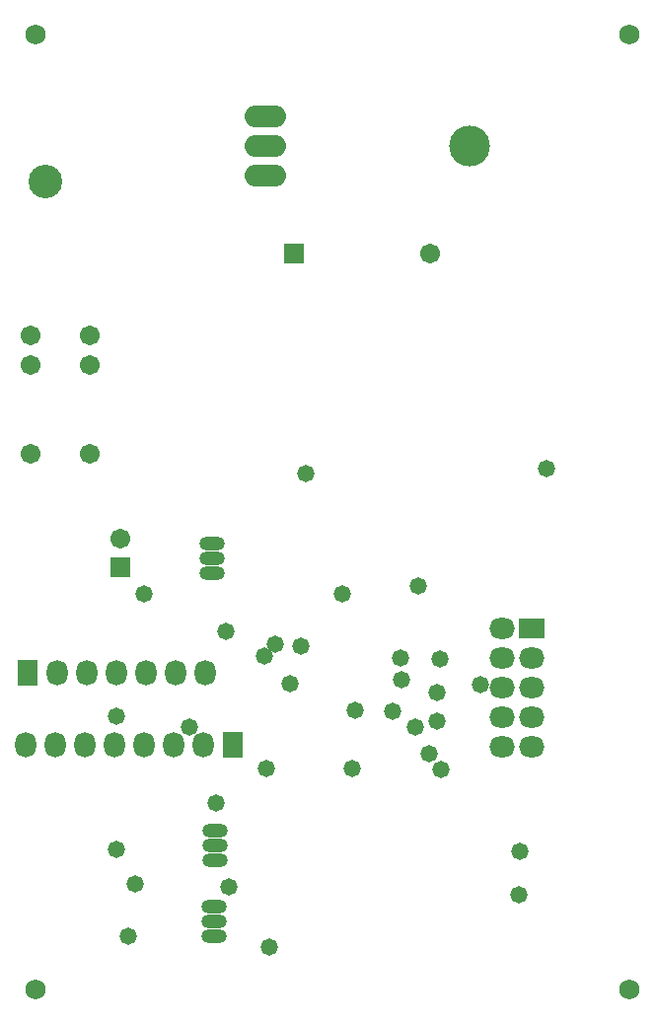
<source format=gbs>
G04*
G04 #@! TF.GenerationSoftware,Altium Limited,Altium Designer,20.0.13 (296)*
G04*
G04 Layer_Color=16711935*
%FSLAX25Y25*%
%MOIN*%
G70*
G01*
G75*
%ADD52O,0.08674X0.04737*%
%ADD53O,0.08674X0.04737*%
%ADD54C,0.06800*%
%ADD55R,0.06737X0.06737*%
%ADD56C,0.06737*%
%ADD57C,0.06706*%
%ADD58R,0.06706X0.06706*%
%ADD59O,0.07099X0.08674*%
%ADD60R,0.07099X0.08674*%
%ADD61C,0.11351*%
%ADD62C,0.13800*%
%ADD63O,0.14000X0.07400*%
%ADD64R,0.08674X0.07099*%
%ADD65O,0.08674X0.07099*%
%ADD66C,0.05800*%
D52*
X70787Y53382D02*
D03*
Y58382D02*
D03*
X70287Y27882D02*
D03*
Y32882D02*
D03*
X69787Y150382D02*
D03*
Y155382D02*
D03*
D53*
X70787Y63382D02*
D03*
X70287Y37882D02*
D03*
X69787Y160382D02*
D03*
D54*
X210630Y9843D02*
D03*
Y332677D02*
D03*
X9843D02*
D03*
Y9843D02*
D03*
D55*
X38787Y152382D02*
D03*
D56*
Y162224D02*
D03*
D57*
X143220Y258382D02*
D03*
X28287Y190882D02*
D03*
Y220882D02*
D03*
Y230882D02*
D03*
X8287Y190882D02*
D03*
Y220882D02*
D03*
Y230882D02*
D03*
D58*
X97354Y258382D02*
D03*
D59*
X67287Y116882D02*
D03*
X57287D02*
D03*
X47287D02*
D03*
X37287D02*
D03*
X27287D02*
D03*
X17287D02*
D03*
X66787Y92382D02*
D03*
X56787D02*
D03*
X46787D02*
D03*
X36787D02*
D03*
X26787D02*
D03*
X16787D02*
D03*
X6787D02*
D03*
D60*
X7287Y116882D02*
D03*
X76787Y92382D02*
D03*
D61*
X13394Y282728D02*
D03*
D62*
X156787Y294882D02*
D03*
D63*
X87787Y284882D02*
D03*
Y294882D02*
D03*
Y304882D02*
D03*
D64*
X177787Y131882D02*
D03*
D65*
Y121882D02*
D03*
Y111882D02*
D03*
Y101882D02*
D03*
Y91882D02*
D03*
X167787Y131882D02*
D03*
Y121882D02*
D03*
Y111882D02*
D03*
Y101882D02*
D03*
Y91882D02*
D03*
D66*
X75295Y44685D02*
D03*
X146555Y121457D02*
D03*
X133169Y121949D02*
D03*
X130512Y103839D02*
D03*
X101287Y184282D02*
D03*
X139287Y146208D02*
D03*
X118087Y104082D02*
D03*
X173287Y41882D02*
D03*
X74287Y130782D02*
D03*
X41287Y27882D02*
D03*
X182787Y186031D02*
D03*
X138187Y98582D02*
D03*
X173787Y56482D02*
D03*
X160387Y112882D02*
D03*
X96087Y113307D02*
D03*
X147087Y84282D02*
D03*
X37287Y102282D02*
D03*
X87187Y122606D02*
D03*
X62087Y98382D02*
D03*
X133513Y114382D02*
D03*
X37287Y57331D02*
D03*
X43525Y45520D02*
D03*
X70987Y72982D02*
D03*
X145669Y100394D02*
D03*
X143087Y89582D02*
D03*
X145487Y110158D02*
D03*
X46787Y143482D02*
D03*
X113787D02*
D03*
X99487Y125906D02*
D03*
X91087Y126682D02*
D03*
X88834Y24035D02*
D03*
X88087Y84582D02*
D03*
X116887D02*
D03*
M02*

</source>
